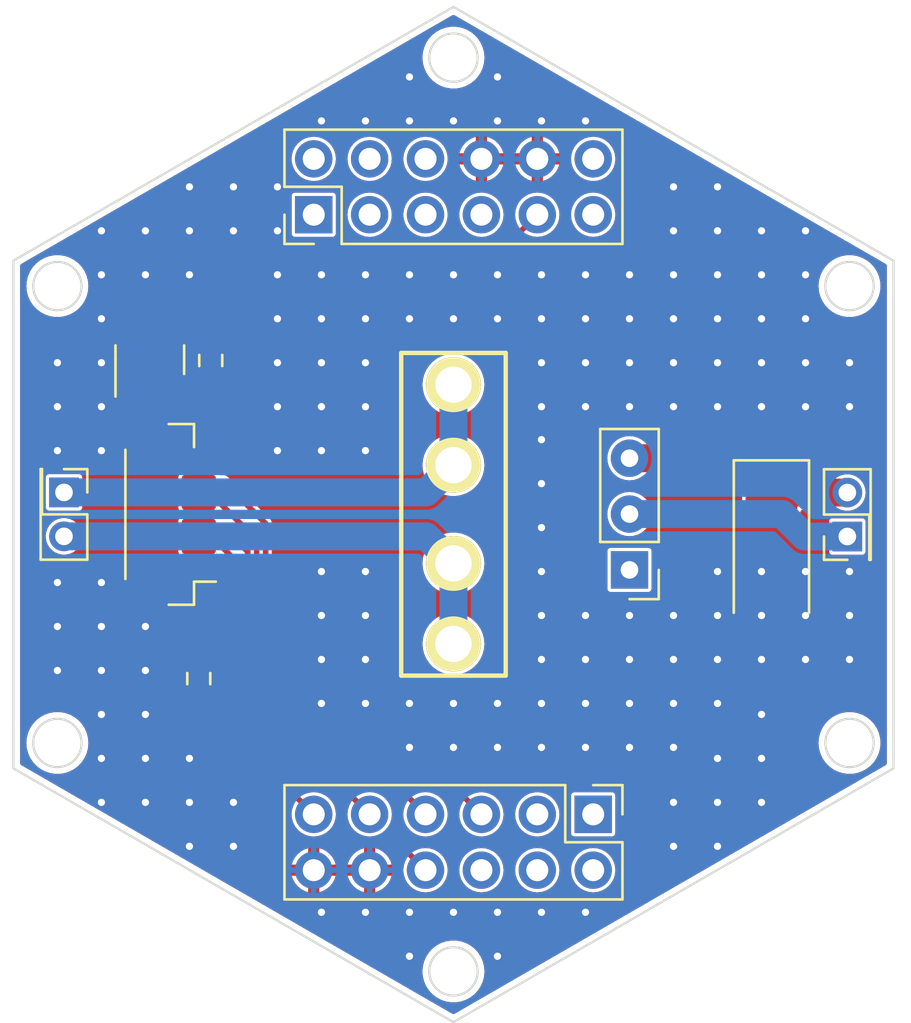
<source format=kicad_pcb>
(kicad_pcb (version 20221018) (generator pcbnew)
  (layers (0 "F.Cu" signal) (31 "B.Cu" signal) (34 "B.Paste" user) (35 "F.Paste" user) (36 "B.SilkS" user "B.Silkscreen") (37 "F.SilkS" user "F.Silkscreen") (38 "B.Mask" user) (39 "F.Mask" user) (44 "Edge.Cuts" user))
  (net 0 "")
  (net 1 "GND")
  (net 2 "VCC")
  (net 3 "+5V")
  (net 5 "/VBAT")
  (net 6 "/RXD")
  (net 7 "/TXD")
  (net 8 "/SDA")
  (net 9 "/SCL")
  (net 10 "/MAIN_BAT")
  (net 11 "/BAT_BR")
  (net 12 "/VBAT1")
  (net 13 "/BUR_BAT_in")
  (net 14 "/BUR_BAT_out")
  (net 15 "/CHG1+")
  (net 16 "/~{EN}")
  (net 17 "/VBAT_OK")
  (net 18 "/CHG1-")
  (net 19 "/CHG2+")
  (net 20 "/CHG2-")
  (net 21 "/~{I2C_RESET}")
  (net 22 "/LED+")
  (net 23 "/LED-")
  (net 25 "/P1")
  (net 26 "/P2")
  (footprint "Connector_PinHeader_2.00mm:PinHeader_2x01_P2.00mm_Vertical" (layer "F.Cu") (at 168.06 101.10461 90)
    (fp_text reference "J3" hide)
    (fp_text value "Battery")
    (fp_line (start -1.06 -1.06) (end 0 -1.06) (stroke (width 0.12)) (layer "F.SilkS"))
    (fp_line (start -1.06 0) (end -1.06 -1.06) (stroke (width 0.12)) (layer "F.SilkS"))
    (fp_line (start -1.06 1) (end -1.06 1.06) (stroke (width 0.12)) (layer "F.SilkS"))
    (fp_line (start -1.06 1) (end 1 1) (stroke (width 0.12)) (layer "F.SilkS"))
    (fp_line (start -1.06 1.06) (end 3.06 1.06) (stroke (width 0.12)) (layer "F.SilkS"))
    (fp_line (start 1 -1.06) (end 3.06 -1.06) (stroke (width 0.12)) (layer "F.SilkS"))
    (fp_line (start 1 1) (end 1 -1.06) (stroke (width 0.12)) (layer "F.SilkS"))
    (fp_line (start 3.06 -1.06) (end 3.06 1.06) (stroke (width 0.12)) (layer "F.SilkS"))
    (pad "1" thru_hole rect (at 0 0 90) (size 1.35 1.35) (drill 0.8) (layers "*.Cu" "*.Mask") (net 10 "/MAIN_BAT"))
    (pad "2" thru_hole oval (at 2 0 90) (size 1.35 1.35) (drill 0.8) (layers "*.Cu" "*.Mask") (net 12 "/VBAT1"))
  )
  (footprint "Connector_PinHeader_2.54mm:PinHeader_1x03_P2.54mm_Vertical" (layer "F.Cu") (at 158.16 102.623621 180)
    (fp_text reference "SW1" hide)
    (fp_text value "SW_SPDT")
    (fp_line (start -1.33 -1.33) (end 0 -1.33) (stroke (width 0.12)) (layer "F.SilkS"))
    (fp_line (start -1.33 0) (end -1.33 -1.33) (stroke (width 0.12)) (layer "F.SilkS"))
    (fp_line (start -1.33 1.27) (end -1.33 6.41) (stroke (width 0.12)) (layer "F.SilkS"))
    (fp_line (start -1.33 1.27) (end 1.33 1.27) (stroke (width 0.12)) (layer "F.SilkS"))
    (fp_line (start -1.33 6.41) (end 1.33 6.41) (stroke (width 0.12)) (layer "F.SilkS"))
    (fp_line (start 1.33 1.27) (end 1.33 6.41) (stroke (width 0.12)) (layer "F.SilkS"))
    (pad "1" thru_hole rect (at 0 0 180) (size 1.7 1.7) (drill 0.8) (layers "*.Cu" "*.Mask"))
    (pad "2" thru_hole oval (at 0 2.54 180) (size 1.7 1.7) (drill 0.8) (layers "*.Cu" "*.Mask") (net 10 "/MAIN_BAT"))
    (pad "3" thru_hole oval (at 0 5.08 180) (size 1.7 1.7) (drill 0.8) (layers "*.Cu" "*.Mask") (net 12 "/VBAT1"))
  )
  (footprint "Resistor_SMD:R_0603_1608Metric_Pad0.98x0.95mm_HandSolder" (layer "F.Cu") (at 139.13 93.098621 -90)
    (fp_text reference "R2" hide)
    (fp_text value "10k")
    (fp_line (start -0.254724 -0.5225) (end 0.254724 -0.5225) (stroke (width 0.12)) (layer "F.SilkS"))
    (fp_line (start -0.254724 0.5225) (end 0.254724 0.5225) (stroke (width 0.12)) (layer "F.SilkS"))
    (pad "1" smd roundrect (at -0.9125 0 270) (size 0.975 0.95) (layers "F.Cu" "F.Paste" "F.Mask") (net 1 "GND"))
    (pad "2" smd roundrect (at 0.9125 0 270) (size 0.975 0.95) (layers "F.Cu" "F.Paste" "F.Mask") (net 7 "/TXD"))
  )
  (footprint "Connector_PinHeader_2.54mm:PinHeader_2x06_P2.54mm_Vertical" (layer "F.Cu") (at 143.81 86.465599 90)
    (fp_text reference "J1" hide)
    (fp_text value "Conn_02x06_Odd_Even" hide)
    (fp_line (start -1.33 -1.33) (end 0 -1.33) (stroke (width 0.12)) (layer "F.SilkS"))
    (fp_line (start -1.33 0) (end -1.33 -1.33) (stroke (width 0.12)) (layer "F.SilkS"))
    (fp_line (start -1.33 1.27) (end -1.33 14.03) (stroke (width 0.12)) (layer "F.SilkS"))
    (fp_line (start -1.33 1.27) (end 1.27 1.27) (stroke (width 0.12)) (layer "F.SilkS"))
    (fp_line (start -1.33 14.03) (end 3.87 14.03) (stroke (width 0.12)) (layer "F.SilkS"))
    (fp_line (start 1.27 -1.33) (end 3.87 -1.33) (stroke (width 0.12)) (layer "F.SilkS"))
    (fp_line (start 1.27 1.27) (end 1.27 -1.33) (stroke (width 0.12)) (layer "F.SilkS"))
    (fp_line (start 3.87 -1.33) (end 3.87 14.03) (stroke (width 0.12)) (layer "F.SilkS"))
    (pad "1" thru_hole rect (at 0 0 90) (size 1.7 1.7) (drill 1) (layers "*.Cu" "*.Mask") (net 5 "/VBAT"))
    (pad "2" thru_hole oval (at 2.54 0 90) (size 1.7 1.7) (drill 1) (layers "*.Cu" "*.Mask") (net 16 "/~{EN}"))
    (pad "3" thru_hole oval (at 0 2.54 90) (size 1.7 1.7) (drill 1) (layers "*.Cu" "*.Mask") (net 2 "VCC"))
    (pad "4" thru_hole oval (at 2.54 2.54 90) (size 1.7 1.7) (drill 1) (layers "*.Cu" "*.Mask") (net 17 "/VBAT_OK"))
    (pad "5" thru_hole oval (at 0 5.08 90) (size 1.7 1.7) (drill 1) (layers "*.Cu" "*.Mask") (net 21 "/~{I2C_RESET}"))
    (pad "6" thru_hole oval (at 2.54 5.08 90) (size 1.7 1.7) (drill 1) (layers "*.Cu" "*.Mask") (net 3 "+5V"))
    (pad "7" thru_hole oval (at 0 7.62 90) (size 1.7 1.7) (drill 1) (layers "*.Cu" "*.Mask") (net 6 "/RXD"))
    (pad "8" thru_hole oval (at 2.54 7.62 90) (size 1.7 1.7) (drill 1) (layers "*.Cu" "*.Mask") (net 1 "GND"))
    (pad "9" thru_hole oval (at 0 10.16 90) (size 1.7 1.7) (drill 1) (layers "*.Cu" "*.Mask") (net 7 "/TXD"))
    (pad "10" thru_hole oval (at 2.54 10.16 90) (size 1.7 1.7) (drill 1) (layers "*.Cu" "*.Mask") (net 1 "GND"))
    (pad "11" thru_hole oval (at 0 12.7 90) (size 1.7 1.7) (drill 1) (layers "*.Cu" "*.Mask") (net 8 "/SDA"))
    (pad "12" thru_hole oval (at 2.54 12.7 90) (size 1.7 1.7) (drill 1) (layers "*.Cu" "*.Mask") (net 9 "/SCL"))
  )
  (footprint "Connector_PinHeader_2.54mm:PinHeader_2x06_P2.54mm_Vertical" (layer "F.Cu") (at 156.51 113.743621 -90)
    (fp_text reference "J2" hide)
    (fp_text value "Conn_02x06_Odd_Even" hide)
    (fp_line (start -1.33 -1.33) (end 0 -1.33) (stroke (width 0.12)) (layer "F.SilkS"))
    (fp_line (start -1.33 0) (end -1.33 -1.33) (stroke (width 0.12)) (layer "F.SilkS"))
    (fp_line (start -1.33 1.27) (end -1.33 14.03) (stroke (width 0.12)) (layer "F.SilkS"))
    (fp_line (start -1.33 1.27) (end 1.27 1.27) (stroke (width 0.12)) (layer "F.SilkS"))
    (fp_line (start -1.33 14.03) (end 3.87 14.03) (stroke (width 0.12)) (layer "F.SilkS"))
    (fp_line (start 1.27 -1.33) (end 3.87 -1.33) (stroke (width 0.12)) (layer "F.SilkS"))
    (fp_line (start 1.27 1.27) (end 1.27 -1.33) (stroke (width 0.12)) (layer "F.SilkS"))
    (fp_line (start 3.87 -1.33) (end 3.87 14.03) (stroke (width 0.12)) (layer "F.SilkS"))
    (pad "1" thru_hole rect (at 0 0 270) (size 1.7 1.7) (drill 1) (layers "*.Cu" "*.Mask") (net 25 "/P1"))
    (pad "2" thru_hole oval (at 2.54 0 270) (size 1.7 1.7) (drill 1) (layers "*.Cu" "*.Mask"))
    (pad "3" thru_hole oval (at 0 2.54 270) (size 1.7 1.7) (drill 1) (layers "*.Cu" "*.Mask") (net 26 "/P2"))
    (pad "4" thru_hole oval (at 2.54 2.54 270) (size 1.7 1.7) (drill 1) (layers "*.Cu" "*.Mask"))
    (pad "5" thru_hole oval (at 0 5.08 270) (size 1.7 1.7) (drill 1) (layers "*.Cu" "*.Mask") (net 20 "/CHG2-"))
    (pad "6" thru_hole oval (at 2.54 5.08 270) (size 1.7 1.7) (drill 1) (layers "*.Cu" "*.Mask"))
    (pad "7" thru_hole oval (at 0 7.62 270) (size 1.7 1.7) (drill 1) (layers "*.Cu" "*.Mask") (net 19 "/CHG2+"))
    (pad "8" thru_hole oval (at 2.54 7.62 270) (size 1.7 1.7) (drill 1) (layers "*.Cu" "*.Mask") (net 18 "/CHG1-"))
    (pad "9" thru_hole oval (at 0 10.16 270) (size 1.7 1.7) (drill 1) (layers "*.Cu" "*.Mask") (net 15 "/CHG1+"))
    (pad "10" thru_hole oval (at 2.54 10.16 270) (size 1.7 1.7) (drill 1) (layers "*.Cu" "*.Mask") (net 1 "GND"))
    (pad "11" thru_hole oval (at 0 12.7 270) (size 1.7 1.7) (drill 1) (layers "*.Cu" "*.Mask") (net 11 "/BAT_BR"))
    (pad "12" thru_hole oval (at 2.54 12.7 270) (size 1.7 1.7) (drill 1) (layers "*.Cu" "*.Mask") (net 1 "GND"))
  )
  (footprint "Resistor_SMD:R_0603_1608Metric_Pad0.98x0.95mm_HandSolder" (layer "F.Cu") (at 138.585 107.568621 90)
    (fp_text reference "R1" hide)
    (fp_text value "100")
    (fp_line (start -0.254724 -0.5225) (end 0.254724 -0.5225) (stroke (width 0.12)) (layer "F.SilkS"))
    (fp_line (start -0.254724 0.5225) (end 0.254724 0.5225) (stroke (width 0.12)) (layer "F.SilkS"))
    (pad "1" smd roundrect (at -0.9125 0 90) (size 0.975 0.95) (layers "F.Cu" "F.Paste" "F.Mask") (net 11 "/BAT_BR"))
    (pad "2" smd roundrect (at 0.9125 0 90) (size 0.975 0.95) (layers "F.Cu" "F.Paste" "F.Mask") (net 22 "/LED+"))
  )
  (footprint "Connector_PinHeader_2.00mm:PinHeader_2x01_P2.00mm_Vertical" (layer "F.Cu") (at 132.46 99.098621 -90)
    (fp_text reference "J4" hide)
    (fp_text value "Battery")
    (fp_line (start -1.06 -1.06) (end 0 -1.06) (stroke (width 0.12)) (layer "F.SilkS"))
    (fp_line (start -1.06 0) (end -1.06 -1.06) (stroke (width 0.12)) (layer "F.SilkS"))
    (fp_line (start -1.06 1) (end -1.06 1.06) (stroke (width 0.12)) (layer "F.SilkS"))
    (fp_line (start -1.06 1) (end 1 1) (stroke (width 0.12)) (layer "F.SilkS"))
    (fp_line (start -1.06 1.06) (end 3.06 1.06) (stroke (width 0.12)) (layer "F.SilkS"))
    (fp_line (start 1 -1.06) (end 3.06 -1.06) (stroke (width 0.12)) (layer "F.SilkS"))
    (fp_line (start 1 1) (end 1 -1.06) (stroke (width 0.12)) (layer "F.SilkS"))
    (fp_line (start 3.06 -1.06) (end 3.06 1.06) (stroke (width 0.12)) (layer "F.SilkS"))
    (pad "1" thru_hole rect (at 0 0 270) (size 1.35 1.35) (drill 0.8) (layers "*.Cu" "*.Mask") (net 13 "/BUR_BAT_in"))
    (pad "2" thru_hole oval (at 2 0 270) (size 1.35 1.35) (drill 0.8) (layers "*.Cu" "*.Mask") (net 14 "/BUR_BAT_out"))
  )
  (footprint "SamacSys_Parts:3544-2" (layer "F.Cu") (at 150.16 100.093621 -90)
    (fp_text reference "U1" hide)
    (fp_text value "3544-2" hide)
    (fp_line (start -7.34 -2.375) (end -7.34 2.375) (stroke (width 0.2)) (layer "F.SilkS"))
    (fp_line (start -7.34 2.375) (end 7.34 2.375) (stroke (width 0.2)) (layer "F.SilkS"))
    (fp_line (start 7.34 -2.375) (end -7.34 -2.375) (stroke (width 0.2)) (layer "F.SilkS"))
    (fp_line (start 7.34 2.375) (end 7.34 -2.375) (stroke (width 0.2)) (layer "F.SilkS"))
    (pad "1" thru_hole circle (at -5.895 0) (size 2.5 2.5) (drill 1.65) (layers "*.Cu" "*.Mask" "F.SilkS") (net 13 "/BUR_BAT_in"))
    (pad "2" thru_hole circle (at -2.235 0) (size 2.5 2.5) (drill 1.65) (layers "*.Cu" "*.Mask" "F.SilkS") (net 13 "/BUR_BAT_in"))
    (pad "3" thru_hole circle (at 2.235 0) (size 2.5 2.5) (drill 1.65) (layers "*.Cu" "*.Mask" "F.SilkS") (net 14 "/BUR_BAT_out"))
    (pad "4" thru_hole circle (at 5.895 0) (size 2.5 2.5) (drill 1.65) (layers "*.Cu" "*.Mask" "F.SilkS") (net 14 "/BUR_BAT_out"))
  )
  (footprint "Connector_JST:JST_SH_BM06B-SRSS-TB_1x06-1MP_P1.00mm_Vertical" (layer "F.Cu") (at 137.26 100.098621 90)
    (fp_text reference "J6" hide)
    (fp_text value "BM06B-SRSS-TBT(LF)(SN)")
    (fp_line (start -4.11 -0.04) (end -4.11 1.11) (stroke (width 0.12)) (layer "F.SilkS"))
    (fp_line (start -4.11 1.11) (end -3.06 1.11) (stroke (width 0.12)) (layer "F.SilkS"))
    (fp_line (start -3.06 1.11) (end -3.06 2.1) (stroke (width 0.12)) (layer "F.SilkS"))
    (fp_line (start -2.94 -2.01) (end 2.94 -2.01) (stroke (width 0.12)) (layer "F.SilkS"))
    (fp_line (start 4.11 -0.04) (end 4.11 1.11) (stroke (width 0.12)) (layer "F.SilkS"))
    (fp_line (start 4.11 1.11) (end 3.06 1.11) (stroke (width 0.12)) (layer "F.SilkS"))
    (pad "1" smd roundrect (at -2.5 1.325 90) (size 0.6 1.55) (layers "F.Cu" "F.Paste" "F.Mask") (net 22 "/LED+"))
    (pad "2" smd roundrect (at -1.5 1.325 90) (size 0.6 1.55) (layers "F.Cu" "F.Paste" "F.Mask") (net 15 "/CHG1+"))
    (pad "3" smd roundrect (at -0.5 1.325 90) (size 0.6 1.55) (layers "F.Cu" "F.Paste" "F.Mask") (net 18 "/CHG1-"))
    (pad "4" smd roundrect (at 0.5 1.325 90) (size 0.6 1.55) (layers "F.Cu" "F.Paste" "F.Mask") (net 19 "/CHG2+"))
    (pad "5" smd roundrect (at 1.5 1.325 90) (size 0.6 1.55) (layers "F.Cu" "F.Paste" "F.Mask") (net 20 "/CHG2-"))
    (pad "6" smd roundrect (at 2.5 1.325 90) (size 0.6 1.55) (layers "F.Cu" "F.Paste" "F.Mask") (net 23 "/LED-"))
    (pad "MP" smd roundrect (at -3.8 -1.2 90) (size 1.2 1.8) (layers "F.Cu" "F.Paste" "F.Mask") (roundrect_rratio 0.2083333333) (net 1 "GND"))
    (pad "MP" smd roundrect (at 3.8 -1.2 90) (size 1.2 1.8) (layers "F.Cu" "F.Paste" "F.Mask") (roundrect_rratio 0.2083333333) (net 1 "GND"))
  )
  (footprint "Capacitor_Tantalum_SMD:CP_EIA-6032-15_Kemet-U_Pad2.25x2.35mm_HandSolder" (layer "F.Cu") (at 164.61 101.57461 -90)
    (fp_text reference "C1" hide)
    (fp_text value "47uF")
    (fp_line (start -3.935 -1.71) (end -3.935 1.71) (stroke (width 0.12)) (layer "F.SilkS"))
    (fp_line (start -3.935 1.71) (end 3 1.71) (stroke (width 0.12)) (layer "F.SilkS"))
    (fp_line (start 3 -1.71) (end -3.935 -1.71) (stroke (width 0.12)) (layer "F.SilkS"))
    (pad "1" smd roundrect (at -2.55 0 270) (size 2.25 2.35) (layers "F.Cu" "F.Paste" "F.Mask") (roundrect_rratio 0.1111111111) (net 12 "/VBAT1"))
    (pad "2" smd roundrect (at 2.55 0 270) (size 2.25 2.35) (layers "F.Cu" "F.Paste" "F.Mask") (roundrect_rratio 0.1111111111) (net 1 "GND"))
  )
  (footprint "Package_TO_SOT_SMD:SOT-23" (layer "F.Cu") (at 136.36 93.061121 90)
    (fp_text reference "Q1" hide)
    (fp_text value "NMOS")
    (fp_line (start 0 -1.56) (end -1.675 -1.56) (stroke (width 0.12)) (layer "F.SilkS"))
    (fp_line (start 0 -1.56) (end 0.65 -1.56) (stroke (width 0.12)) (layer "F.SilkS"))
    (fp_line (start 0 1.56) (end -0.65 1.56) (stroke (width 0.12)) (layer "F.SilkS"))
    (fp_line (start 0 1.56) (end 0.65 1.56) (stroke (width 0.12)) (layer "F.SilkS"))
    (pad "1" smd roundrect (at -0.9375 -0.95 90) (size 1.475 0.6) (layers "F.Cu" "F.Paste" "F.Mask") (net 23 "/LED-"))
    (pad "2" smd roundrect (at -0.9375 0.95 90) (size 1.475 0.6) (layers "F.Cu" "F.Paste" "F.Mask") (net 7 "/TXD"))
    (pad "3" smd roundrect (at 0.9375 0 90) (size 1.475 0.6) (layers "F.Cu" "F.Paste" "F.Mask") (net 1 "GND"))
  )
  (gr_line (start 130.16 88.557605) (end 130.16 111.651615) (stroke (width 0.1)) (layer "Edge.Cuts"))
  (gr_circle (center 168.16 110.496915) (end 169.26 110.496915) (stroke (width 0.1)) (fill none) (layer "Edge.Cuts"))
  (gr_line (start 130.16 111.651615) (end 150.16 123.198621) (stroke (width 0.1)) (layer "Edge.Cuts"))
  (gr_circle (center 168.16 89.712305) (end 169.26 89.712305) (stroke (width 0.1)) (fill none) (layer "Edge.Cuts"))
  (gr_circle (center 132.16 89.712305) (end 133.26 89.712305) (stroke (width 0.1)) (fill none) (layer "Edge.Cuts"))
  (gr_line (start 150.16 77.010599) (end 130.16 88.557605) (stroke (width 0.1)) (layer "Edge.Cuts"))
  (gr_line (start 170.16 88.557605) (end 150.16 77.010599) (stroke (width 0.1)) (layer "Edge.Cuts"))
  (gr_circle (center 150.16 79.32) (end 151.26 79.32) (stroke (width 0.1)) (fill none) (layer "Edge.Cuts"))
  (gr_circle (center 150.16 120.88922) (end 151.26 120.88922) (stroke (width 0.1)) (fill none) (layer "Edge.Cuts"))
  (gr_line (start 170.16 111.651615) (end 170.16 88.557605) (stroke (width 0.1)) (layer "Edge.Cuts"))
  (gr_line (start 150.16 123.198621) (end 170.16 111.651615) (stroke (width 0.1)) (layer "Edge.Cuts"))
  (gr_circle (center 132.16 110.496915) (end 133.26 110.496915) (stroke (width 0.1)) (fill none) (layer "Edge.Cuts"))
  (via (at 134.16 103.198621) (size 0.6604) (drill 0.3302) (layers "F.Cu" "B.Cu") (net 1))
  (via (at 134.16 109.198621) (size 0.6604) (drill 0.3302) (layers "F.Cu" "B.Cu") (net 1))
  (via (at 162.16 106.698621) (size 0.6604) (drill 0.3302) (layers "F.Cu" "B.Cu") (net 1))
  (via (at 132.16 93.198621) (size 0.6604) (drill 0.3302) (layers "F.Cu" "B.Cu") (net 1))
  (via (at 154.16 104.698621) (size 0.6604) (drill 0.3302) (layers "F.Cu" "B.Cu") (net 1))
  (via (at 140.16 85.198621) (size 0.6604) (drill 0.3302) (layers "F.Cu" "B.Cu") (net 1))
  (via (at 156.16 106.698621) (size 0.6604) (drill 0.3302) (layers "F.Cu" "B.Cu") (net 1))
  (via (at 134.16 111.198621) (size 0.6604) (drill 0.3302) (layers "F.Cu" "B.Cu") (net 1))
  (via (at 168.16 104.698621) (size 0.6604) (drill 0.3302) (layers "F.Cu" "B.Cu") (net 1))
  (via (at 134.16 91.198621) (size 0.6604) (drill 0.3302) (layers "F.Cu" "B.Cu") (net 1))
  (via (at 152.16 118.198621) (size 0.6604) (drill 0.3302) (layers "F.Cu" "B.Cu") (net 1))
  (via (at 162.16 87.198621) (size 0.6604) (drill 0.3302) (layers "F.Cu" "B.Cu") (net 1))
  (via (at 160.16 93.198621) (size 0.6604) (drill 0.3302) (layers "F.Cu" "B.Cu") (net 1))
  (via (at 150.16 89.198621) (size 0.6604) (drill 0.3302) (layers "F.Cu" "B.Cu") (net 1))
  (via (at 148.16 110.698621) (size 0.6604) (drill 0.3302) (layers "F.Cu" "B.Cu") (net 1))
  (via (at 166.16 93.198621) (size 0.6604) (drill 0.3302) (layers "F.Cu" "B.Cu") (net 1))
  (via (at 132.16 97.198621) (size 0.6604) (drill 0.3302) (layers "F.Cu" "B.Cu") (net 1))
  (via (at 164.16 109.198621) (size 0.6604) (drill 0.3302) (layers "F.Cu" "B.Cu") (net 1))
  (via (at 146.16 106.698621) (size 0.6604) (drill 0.3302) (layers "F.Cu" "B.Cu") (net 1))
  (via (at 160.16 110.698621) (size 0.6604) (drill 0.3302) (layers "F.Cu" "B.Cu") (net 1))
  (via (at 150.16 82.198621) (size 0.6604) (drill 0.3302) (layers "F.Cu" "B.Cu") (net 1))
  (via (at 162.16 89.198621) (size 0.6604) (drill 0.3302) (layers "F.Cu" "B.Cu") (net 1))
  (via (at 164.16 93.198621) (size 0.6604) (drill 0.3302) (layers "F.Cu" "B.Cu") (net 1))
  (via (at 136.16 89.198621) (size 0.6604) (drill 0.3302) (layers "F.Cu" "B.Cu") (net 1))
  (via (at 142.16 97.198621) (size 0.6604) (drill 0.3302) (layers "F.Cu" "B.Cu") (net 1))
  (via (at 138.16 85.198621) (size 0.6604) (drill 0.3302) (layers "F.Cu" "B.Cu") (net 1))
  (via (at 138.16 89.198621) (size 0.6604) (drill 0.3302) (layers "F.Cu" "B.Cu") (net 1))
  (via (at 166.16 89.198621) (size 0.6604) (drill 0.3302) (layers "F.Cu" "B.Cu") (net 1))
  (via (at 146.16 102.698621) (size 0.6604) (drill 0.3302) (layers "F.Cu" "B.Cu") (net 1))
  (via (at 148.16 89.198621) (size 0.6604) (drill 0.3302) (layers "F.Cu" "B.Cu") (net 1))
  (via (at 158.16 89.198621) (size 0.6604) (drill 0.3302) (layers "F.Cu" "B.Cu") (net 1))
  (via (at 152.16 108.698621) (size 0.6604) (drill 0.3302) (layers "F.Cu" "B.Cu") (net 1))
  (via (at 132.16 105.198621) (size 0.6604) (drill 0.3302) (layers "F.Cu" "B.Cu") (net 1))
  (via (at 142.16 89.198621) (size 0.6604) (drill 0.3302) (layers "F.Cu" "B.Cu") (net 1))
  (via (at 168.16 93.198621) (size 0.6604) (drill 0.3302) (layers "F.Cu" "B.Cu") (net 1))
  (via (at 166.16 104.698621) (size 0.6604) (drill 0.3302) (layers "F.Cu" "B.Cu") (net 1))
  (via (at 160.16 108.698621) (size 0.6604) (drill 0.3302) (layers "F.Cu" "B.Cu") (net 1))
  (via (at 136.16 113.198621) (size 0.6604) (drill 0.3302) (layers "F.Cu" "B.Cu") (net 1))
  (via (at 158.16 104.698621) (size 0.6604) (drill 0.3302) (layers "F.Cu" "B.Cu") (net 1))
  (via (at 168.16 95.198621) (size 0.6604) (drill 0.3302) (layers "F.Cu" "B.Cu") (net 1))
  (via (at 162.16 93.198621) (size 0.6604) (drill 0.3302) (layers "F.Cu" "B.Cu") (net 1))
  (via (at 148.16 120.198621) (size 0.6604) (drill 0.3302) (layers "F.Cu" "B.Cu") (net 1))
  (via (at 166.16 102.698621) (size 0.6604) (drill 0.3302) (layers "F.Cu" "B.Cu") (net 1))
  (via (at 152.16 110.698621) (size 0.6604) (drill 0.3302) (layers "F.Cu" "B.Cu") (net 1))
  (via (at 158.16 108.698621) (size 0.6604) (drill 0.3302) (layers "F.Cu" "B.Cu") (net 1))
  (via (at 156.16 108.698621) (size 0.6604) (drill 0.3302) (layers "F.Cu" "B.Cu") (net 1))
  (via (at 160.16 91.198621) (size 0.6604) (drill 0.3302) (layers "F.Cu" "B.Cu") (net 1))
  (via (at 152.16 120.198621) (size 0.6604) (drill 0.3302) (layers "F.Cu" "B.Cu") (net 1))
  (via (at 150.16 108.698621) (size 0.6604) (drill 0.3302) (layers "F.Cu" "B.Cu") (net 1))
  (via (at 138.16 87.198621) (size 0.6604) (drill 0.3302) (layers "F.Cu" "B.Cu") (net 1))
  (via (at 162.16 102.698621) (size 0.6604) (drill 0.3302) (layers "F.Cu" "B.Cu") (net 1))
  (via (at 142.16 95.198621) (size 0.6604) (drill 0.3302) (layers "F.Cu" "B.Cu") (net 1))
  (via (at 146.16 82.198621) (size 0.6604) (drill 0.3302) (layers "F.Cu" "B.Cu") (net 1))
  (via (at 152.16 91.198621) (size 0.6604) (drill 0.3302) (layers "F.Cu" "B.Cu") (net 1))
  (via (at 134.16 107.198621) (size 0.6604) (drill 0.3302) (layers "F.Cu" "B.Cu") (net 1))
  (via (at 144.16 106.698621) (size 0.6604) (drill 0.3302) (layers "F.Cu" "B.Cu") (net 1))
  (via (at 168.16 102.698621) (size 0.6604) (drill 0.3302) (layers "F.Cu" "B.Cu") (net 1))
  (via (at 146.16 108.698621) (size 0.6604) (drill 0.3302) (layers "F.Cu" "B.Cu") (net 1))
  (via (at 144.16 95.198621) (size 0.6604) (drill 0.3302) (layers "F.Cu" "B.Cu") (net 1))
  (via (at 146.16 118.198621) (size 0.6604) (drill 0.3302) (layers "F.Cu" "B.Cu") (net 1))
  (via (at 156.16 82.198621) (size 0.6604) (drill 0.3302) (layers "F.Cu" "B.Cu") (net 1))
  (via (at 134.16 87.198621) (size 0.6604) (drill 0.3302) (layers "F.Cu" "B.Cu") (net 1))
  (via (at 160.16 89.198621) (size 0.6604) (drill 0.3302) (layers "F.Cu" "B.Cu") (net 1))
  (via (at 168.16 106.698621) (size 0.6604) (drill 0.3302) (layers "F.Cu" "B.Cu") (net 1))
  (via (at 138.16 111.198621) (size 0.6604) (drill 0.3302) (layers "F.Cu" "B.Cu") (net 1))
  (via (at 154.16 82.198621) (size 0.6604) (drill 0.3302) (layers "F.Cu" "B.Cu") (net 1))
  (via (at 154.16 108.698621) (size 0.6604) (drill 0.3302) (layers "F.Cu" "B.Cu") (net 1))
  (via (at 156.16 95.198621) (size 0.6604) (drill 0.3302) (layers "F.Cu" "B.Cu") (net 1))
  (via (at 162.16 111.198621) (size 0.6604) (drill 0.3302) (layers "F.Cu" "B.Cu") (net 1))
  (via (at 146.16 95.198621) (size 0.6604) (drill 0.3302) (layers "F.Cu" "B.Cu") (net 1))
  (via (at 166.16 95.198621) (size 0.6604) (drill 0.3302) (layers "F.Cu" "B.Cu") (net 1))
  (via (at 164.16 95.198621) (size 0.6604) (drill 0.3302) (layers "F.Cu" "B.Cu") (net 1))
  (via (at 162.16 113.198621) (size 0.6604) (drill 0.3302) (layers "F.Cu" "B.Cu") (net 1))
  (via (at 136.16 111.198621) (size 0.6604) (drill 0.3302) (layers "F.Cu" "B.Cu") (net 1))
  (via (at 158.16 91.198621) (size 0.6604) (drill 0.3302) (layers "F.Cu" "B.Cu") (net 1))
  (via (at 136.16 105.198621) (size 0.6604) (drill 0.3302) (layers "F.Cu" "B.Cu") (net 1))
  (via (at 136.16 87.198621) (size 0.6604) (drill 0.3302) (layers "F.Cu" "B.Cu") (net 1))
  (via (at 134.16 97.198621) (size 0.6604) (drill 0.3302) (layers "F.Cu" "B.Cu") (net 1))
  (via (at 132.16 95.198621) (size 0.6604) (drill 0.3302) (layers "F.Cu" "B.Cu") (net 1))
  (via (at 142.16 87.198621) (size 0.6604) (drill 0.3302) (layers "F.Cu" "B.Cu") (net 1))
  (via (at 162.16 95.198621) (size 0.6604) (drill 0.3302) (layers "F.Cu" "B.Cu") (net 1))
  (via (at 154.16 118.198621) (size 0.6604) (drill 0.3302) (layers "F.Cu" "B.Cu") (net 1))
  (via (at 144.16 108.698621) (size 0.6604) (drill 0.3302) (layers "F.Cu" "B.Cu") (net 1))
  (via (at 158.16 110.698621) (size 0.6604) (drill 0.3302) (layers "F.Cu" "B.Cu") (net 1))
  (via (at 164.16 111.198621) (size 0.6604) (drill 0.3302) (layers "F.Cu" "B.Cu") (net 1))
  (via (at 156.16 110.698621) (size 0.6604) (drill 0.3302) (layers "F.Cu" "B.Cu") (net 1))
  (via (at 148.16 82.198621) (size 0.6604) (drill 0.3302) (layers "F.Cu" "B.Cu") (net 1))
  (via (at 156.16 89.198621) (size 0.6604) (drill 0.3302) (layers "F.Cu" "B.Cu") (net 1))
  (via (at 134.16 113.198621) (size 0.6604) (drill 0.3302) (layers "F.Cu" "B.Cu") (net 1))
  (via (at 162.16 91.198621) (size 0.6604) (drill 0.3302) (layers "F.Cu" "B.Cu") (net 1))
  (via (at 146.16 93.198621) (size 0.6604) (drill 0.3302) (layers "F.Cu" "B.Cu") (net 1))
  (via (at 160.16 85.198621) (size 0.6604) (drill 0.3302) (layers "F.Cu" "B.Cu") (net 1))
  (via (at 158.16 93.198621) (size 0.6604) (drill 0.3302) (layers "F.Cu" "B.Cu") (net 1))
  (via (at 150.16 91.198621) (size 0.6604) (drill 0.3302) (layers "F.Cu" "B.Cu") (net 1))
  (via (at 154.16 93.198621) (size 0.6604) (drill 0.3302) (layers "F.Cu" "B.Cu") (net 1))
  (via (at 142.16 93.198621) (size 0.6604) (drill 0.3302) (layers "F.Cu" "B.Cu") (net 1))
  (via (at 142.16 85.198621) (size 0.6604) (drill 0.3302) (layers "F.Cu" "B.Cu") (net 1))
  (via (at 154.16 89.198621) (size 0.6604) (drill 0.3302) (layers "F.Cu" "B.Cu") (net 1))
  (via (at 154.16 100.698621) (size 0.6604) (drill 0.3302) (layers "F.Cu" "B.Cu") (net 1))
  (via (at 164.16 91.198621) (size 0.6604) (drill 0.3302) (layers "F.Cu" "B.Cu") (net 1))
  (via (at 154.16 96.698621) (size 0.6604) (drill 0.3302) (layers "F.Cu" "B.Cu") (net 1))
  (via (at 156.16 91.198621) (size 0.6604) (drill 0.3302) (layers "F.Cu" "B.Cu") (net 1))
  (via (at 160.16 95.198621) (size 0.6604) (drill 0.3302) (layers "F.Cu" "B.Cu") (net 1))
  (via (at 156.16 93.198621) (size 0.6604) (drill 0.3302) (layers "F.Cu" "B.Cu") (net 1))
  (via (at 166.16 87.198621) (size 0.6604) (drill 0.3302) (layers "F.Cu" "B.Cu") (net 1))
  (via (at 160.16 87.198621) (size 0.6604) (drill 0.3302) (layers "F.Cu" "B.Cu") (net 1))
  (via (at 162.16 85.198621) (size 0.6604) (drill 0.3302) (layers "F.Cu" "B.Cu") (net 1))
  (via (at 142.16 91.198621) (size 0.6604) (drill 0.3302) (layers "F.Cu" "B.Cu") (net 1))
  (via (at 144.16 97.198621) (size 0.6604) (drill 0.3302) (layers "F.Cu" "B.Cu") (net 1))
  (via (at 154.16 98.698621) (size 0.6604) (drill 0.3302) (layers "F.Cu" "B.Cu") (net 1))
  (via (at 154.16 106.698621) (size 0.6604) (drill 0.3302) (layers "F.Cu" "B.Cu") (net 1))
  (via (at 148.16 80.198621) (size 0.6604) (drill 0.3302) (layers "F.Cu" "B.Cu") (net 1))
  (via (at 136.16 109.198621) (size 0.6604) (drill 0.3302) (layers "F.Cu" "B.Cu") (net 1))
  (via (at 158.16 95.198621) (size 0.6604) (drill 0.3302) (layers "F.Cu" "B.Cu") (net 1))
  (via (at 148.16 91.198621) (size 0.6604) (drill 0.3302) (layers "F.Cu" "B.Cu") (net 1))
  (via (at 144.16 82.198621) (size 0.6604) (drill 0.3302) (layers "F.Cu" "B.Cu") (net 1))
  (via (at 148.16 118.198621) (size 0.6604) (drill 0.3302) (layers "F.Cu" "B.Cu") (net 1))
  (via (at 156.16 118.198621) (size 0.6604) (drill 0.3302) (layers "F.Cu" "B.Cu") (net 1))
  (via (at 138.16 115.198621) (size 0.6604) (drill 0.3302) (layers "F.Cu" "B.Cu") (net 1))
  (via (at 146.16 91.198621) (size 0.6604) (drill 0.3302) (layers "F.Cu" "B.Cu") (net 1))
  (via (at 144.16 91.198621) (size 0.6604) (drill 0.3302) (layers "F.Cu" "B.Cu") (net 1))
  (via (at 166.16 106.698621) (size 0.6604) (drill 0.3302) (layers "F.Cu" "B.Cu") (net 1))
  (via (at 134.16 105.198621) (size 0.6604) (drill 0.3302) (layers "F.Cu" "B.Cu") (net 1))
  (via (at 152.16 89.198621) (size 0.6604) (drill 0.3302) (layers "F.Cu" "B.Cu") (net 1))
  (via (at 146.16 89.198621) (size 0.6604) (drill 0.3302) (layers "F.Cu" "B.Cu") (net 1))
  (via (at 148.16 108.698621) (size 0.6604) (drill 0.3302) (layers "F.Cu" "B.Cu") (net 1))
  (via (at 144.16 93.198621) (size 0.6604) (drill 0.3302) (layers "F.Cu" "B.Cu") (net 1))
  (via (at 154.16 91.198621) (size 0.6604) (drill 0.3302) (layers "F.Cu" "B.Cu") (net 1))
  (via (at 132.16 103.198621) (size 0.6604) (drill 0.3302) (layers "F.Cu" "B.Cu") (net 1))
  (via (at 154.16 110.698621) (size 0.6604) (drill 0.3302) (layers "F.Cu" "B.Cu") (net 1))
  (via (at 162.16 108.698621) (size 0.6604) (drill 0.3302) (layers "F.Cu" "B.Cu") (net 1))
  (via (at 134.16 95.198621) (size 0.6604) (drill 0.3302) (layers "F.Cu" "B.Cu") (net 1))
  (via (at 164.16 87.198621) (size 0.6604) (drill 0.3302) (layers "F.Cu" "B.Cu") (net 1))
  (via (at 162.16 115.198621) (size 0.6604) (drill 0.3302) (layers "F.Cu" "B.Cu") (net 1))
  (via (at 134.16 89.198621) (size 0.6604) (drill 0.3302) (layers "F.Cu" "B.Cu") (net 1))
  (via (at 154.16 102.698621) (size 0.6604) (drill 0.3302) (layers "F.Cu" "B.Cu") (net 1))
  (via (at 162.16 104.698621) (size 0.6604) (drill 0.3302) (layers "F.Cu" "B.Cu") (net 1))
  (via (at 138.16 113.198621) (size 0.6604) (drill 0.3302) (layers "F.Cu" "B.Cu") (net 1))
  (via (at 134.16 93.198621) (size 0.6604) (drill 0.3302) (layers "F.Cu" "B.Cu") (net 1))
  (via (at 164.16 113.198621) (size 0.6604) (drill 0.3302) (layers "F.Cu" "B.Cu") (net 1))
  (via (at 160.16 104.698621) (size 0.6604) (drill 0.3302) (layers "F.Cu" "B.Cu") (net 1))
  (via (at 160.16 115.198621) (size 0.6604) (drill 0.3302) (layers "F.Cu" "B.Cu") (net 1))
  (via (at 152.16 82.198621) (size 0.6604) (drill 0.3302) (layers "F.Cu" "B.Cu") (net 1))
  (via (at 150.16 118.198621) (size 0.6604) (drill 0.3302) (layers "F.Cu" "B.Cu") (net 1))
  (via (at 154.16 95.198621) (size 0.6604) (drill 0.3302) (layers "F.Cu" "B.Cu") (net 1))
  (via (at 156.16 104.698621) (size 0.6604) (drill 0.3302) (layers "F.Cu" "B.Cu") (net 1))
  (via (at 140.16 113.198621) (size 0.6604) (drill 0.3302) (layers "F.Cu" "B.Cu") (net 1))
  (via (at 136.16 107.198621) (size 0.6604) (drill 0.3302) (layers "F.Cu" "B.Cu") (net 1))
  (via (at 166.16 91.198621) (size 0.6604) (drill 0.3302) (layers "F.Cu" "B.Cu") (net 1))
  (via (at 144.16 118.198621) (size 0.6604) (drill 0.3302) (layers "F.Cu" "B.Cu") (net 1))
  (via (at 164.16 102.698621) (size 0.6604) (drill 0.3302) (layers "F.Cu" "B.Cu") (net 1))
  (via (at 164.16 89.198621) (size 0.6604) (drill 0.3302) (layers "F.Cu" "B.Cu") (net 1))
  (via (at 152.16 80.198621) (size 0.6604) (drill 0.3302) (layers "F.Cu" "B.Cu") (net 1))
  (via (at 144.16 102.698621) (size 0.6604) (drill 0.3302) (layers "F.Cu" "B.Cu") (net 1))
  (via (at 140.16 87.198621) (size 0.6604) (drill 0.3302) (layers "F.Cu" "B.Cu") (net 1))
  (via (at 140.16 115.198621) (size 0.6604) (drill 0.3302) (layers "F.Cu" "B.Cu") (net 1))
  (via (at 164.16 104.698621) (size 0.6604) (drill 0.3302) (layers "F.Cu" "B.Cu") (net 1))
  (via (at 150.16 110.698621) (size 0.6604) (drill 0.3302) (layers "F.Cu" "B.Cu") (net 1))
  (via (at 158.16 106.698621) (size 0.6604) (drill 0.3302) (layers "F.Cu" "B.Cu") (net 1))
  (via (at 160.16 113.198621) (size 0.6604) (drill 0.3302) (layers "F.Cu" "B.Cu") (net 1))
  (via (at 164.16 106.698621) (size 0.6604) (drill 0.3302) (layers "F.Cu" "B.Cu") (net 1))
  (via (at 160.16 106.698621) (size 0.6604) (drill 0.3302) (layers "F.Cu" "B.Cu") (net 1))
  (via (at 144.16 89.198621) (size 0.6604) (drill 0.3302) (layers "F.Cu" "B.Cu") (net 1))
  (via (at 132.16 107.198621) (size 0.6604) (drill 0.3302) (layers "F.Cu" "B.Cu") (net 1))
  (via (at 146.16 104.698621) (size 0.6604) (drill 0.3302) (layers "F.Cu" "B.Cu") (net 1))
  (via (at 144.16 104.698621) (size 0.6604) (drill 0.3302) (layers "F.Cu" "B.Cu") (net 1))
  (via (at 146.16 97.198621) (size 0.6604) (drill 0.3302) (layers "F.Cu" "B.Cu") (net 1))
  (segment (start 139.1175 93.998621) (end 139.13 94.011121) (width 0.254) (layer "F.Cu") (net 7))
  (segment (start 137.31 93.998621) (end 139.1175 93.998621) (width 0.254) (layer "F.Cu") (net 7))
  (segment (start 140.62 87.878621) (end 152.556978 87.878621) (width 0.254) (layer "F.Cu") (net 7))
  (segment (start 137.31 93.998621) (end 137.31 91.188621) (width 0.254) (layer "F.Cu") (net 7))
  (segment (start 152.556978 87.878621) (end 153.97 86.465599) (width 0.254) (layer "F.Cu") (net 7))
  (segment (start 137.31 91.188621) (end 140.62 87.878621) (width 0.254) (layer "F.Cu") (net 7))
  (segment (start 166.115 101.10461) (end 165.094011 100.083621) (width 1.27) (layer "B.Cu") (net 10))
  (segment (start 165.094011 100.083621) (end 158.16 100.083621) (width 1.27) (layer "B.Cu") (net 10))
  (segment (start 168.06 101.10461) (end 166.115 101.10461) (width 1.27) (layer "B.Cu") (net 10))
  (segment (start 138.585 108.518621) (end 143.81 113.743621) (width 0.254) (layer "F.Cu") (net 11))
  (segment (start 138.585 108.481121) (end 138.585 108.518621) (width 0.254) (layer "F.Cu") (net 11))
  (segment (start 164.69 99.10461) (end 164.61 99.02461) (width 1.27) (layer "F.Cu") (net 12))
  (segment (start 158.16 97.543621) (end 163.129011 97.543621) (width 1.27) (layer "F.Cu") (net 12))
  (segment (start 168.06 99.10461) (end 164.69 99.10461) (width 1.27) (layer "F.Cu") (net 12))
  (segment (start 163.129011 97.543621) (end 164.61 99.02461) (width 1.27) (layer "F.Cu") (net 12))
  (segment (start 132.46 99.098621) (end 148.925 99.098621) (width 1.27) (layer "B.Cu") (net 13))
  (segment (start 148.925 99.098621) (end 150.16 97.863621) (width 1.27) (layer "B.Cu") (net 13))
  (segment (start 150.16 97.863621) (end 150.16 94.203621) (width 1.27) (layer "B.Cu") (net 13))
  (segment (start 148.925 101.098621) (end 150.16 102.333621) (width 1.27) (layer "B.Cu") (net 14))
  (segment (start 132.46 101.098621) (end 148.925 101.098621) (width 1.27) (layer "B.Cu") (net 14))
  (segment (start 150.16 102.333621) (end 150.16 105.993621) (width 1.27) (layer "B.Cu") (net 14))
  (segment (start 146.35 113.743621) (end 140.36 107.753621) (width 0.254) (layer "F.Cu") (net 15))
  (segment (start 140.36 102.298621) (end 139.66 101.598621) (width 0.254) (layer "F.Cu") (net 15))
  (segment (start 139.66 101.598621) (end 138.585 101.598621) (width 0.254) (layer "F.Cu") (net 15))
  (segment (start 140.36 107.753621) (end 140.36 102.298621) (width 0.254) (layer "F.Cu") (net 15))
  (segment (start 147.61 115.003621) (end 148.89 116.283621) (width 0.254) (layer "F.Cu") (net 18))
  (segment (start 138.585 100.598621) (end 139.61 100.598621) (width 0.254) (layer "F.Cu") (net 18))
  (segment (start 145.379736 112.198621) (end 146.56 112.198621) (width 0.254) (layer "F.Cu") (net 18))
  (segment (start 139.61 100.598621) (end 140.81 101.798621) (width 0.254) (layer "F.Cu") (net 18))
  (segment (start 140.81 101.798621) (end 140.81 107.628885) (width 0.254) (layer "F.Cu") (net 18))
  (segment (start 146.56 112.198621) (end 147.61 113.248621) (width 0.254) (layer "F.Cu") (net 18))
  (segment (start 140.81 107.628885) (end 145.379736 112.198621) (width 0.254) (layer "F.Cu") (net 18))
  (segment (start 147.61 113.248621) (end 147.61 115.003621) (width 0.254) (layer "F.Cu") (net 18))
  (segment (start 146.9386 111.792221) (end 145.5536 111.792221) (width 0.254) (layer "F.Cu") (net 19))
  (segment (start 141.2164 107.455021) (end 141.2164 101.255021) (width 0.254) (layer "F.Cu") (net 19))
  (segment (start 145.5536 111.792221) (end 141.2164 107.455021) (width 0.254) (layer "F.Cu") (net 19))
  (segment (start 141.2164 101.255021) (end 139.56 99.598621) (width 0.254) (layer "F.Cu") (net 19))
  (segment (start 139.56 99.598621) (end 138.585 99.598621) (width 0.254) (layer "F.Cu") (net 19))
  (segment (start 148.89 113.743621) (end 146.9386 111.792221) (width 0.254) (layer "F.Cu") (net 19))
  (segment (start 150.035 112.348621) (end 148.52 112.348621) (width 0.254) (layer "F.Cu") (net 20))
  (segment (start 141.6228 100.511421) (end 141.6228 107.261421) (width 0.254) (layer "F.Cu") (net 20))
  (segment (start 151.43 113.743621) (end 150.035 112.348621) (width 0.254) (layer "F.Cu") (net 20))
  (segment (start 139.71 98.598621) (end 141.6228 100.511421) (width 0.254) (layer "F.Cu") (net 20))
  (segment (start 145.7472 111.385821) (end 147.2672 111.385821) (width 0.254) (layer "F.Cu") (net 20))
  (segment (start 138.585 98.598621) (end 139.71 98.598621) (width 0.254) (layer "F.Cu") (net 20))
  (segment (start 147.2672 111.385821) (end 148.23 112.348621) (width 0.254) (layer "F.Cu") (net 20))
  (segment (start 148.23 112.348621) (end 148.52 112.348621) (width 0.254) (layer "F.Cu") (net 20))
  (segment (start 141.6228 107.261421) (end 145.7472 111.385821) (width 0.254) (layer "F.Cu") (net 20))
  (segment (start 138.585 102.598621) (end 138.585 106.656121) (width 0.254) (layer "F.Cu") (net 22))
  (segment (start 138.585 96.618384) (end 138.585 97.598621) (width 0.254) (layer "F.Cu") (net 23))
  (segment (start 135.41 93.998621) (end 135.965237 93.998621) (width 0.254) (layer "F.Cu") (net 23))
  (segment (start 135.965237 93.998621) (end 138.585 96.618384) (width 0.254) (layer "F.Cu") (net 23))
  (zone (net 1) (net_name "GND") (layer "F.Cu") (connect_pads (clearance 0.1524)) (min_thickness 0.1778) (fill yes (thermal_gap 0.1778) (thermal_bridge_width 0.508))
    (polygon (pts (xy 170.16 123.198621) (xy 130.16 123.198621) (xy 130.16 76.698621) (xy 170.16 76.698621)))
  )
  (zone (net 1) (net_name "GND") (layer "B.Cu") (connect_pads (clearance 0.1524)) (min_thickness 0.1778) (fill yes (thermal_gap 0.1778) (thermal_bridge_width 0.254))
    (polygon (pts (xy 130.16 76.698621) (xy 170.16 76.698621) (xy 170.16 123.198621) (xy 130.16 123.198621)))
  )
)
</source>
